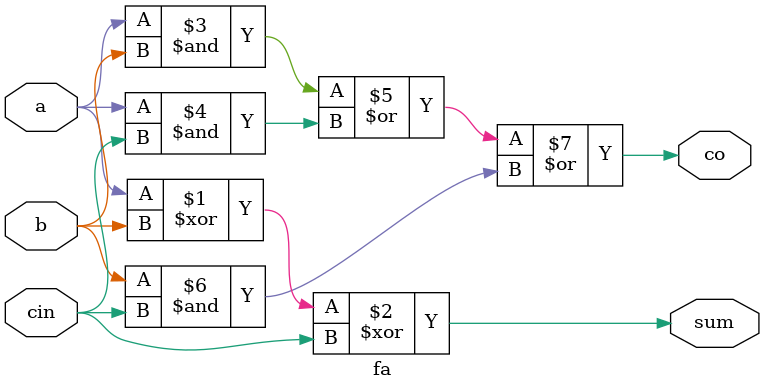
<source format=v>
module fa(a,b,cin,sum,co);

input a,b,cin;
output sum,co;

assign sum=a^b^cin;
assign co=(a&b)|(a&cin)|(b&cin);

endmodule
</source>
